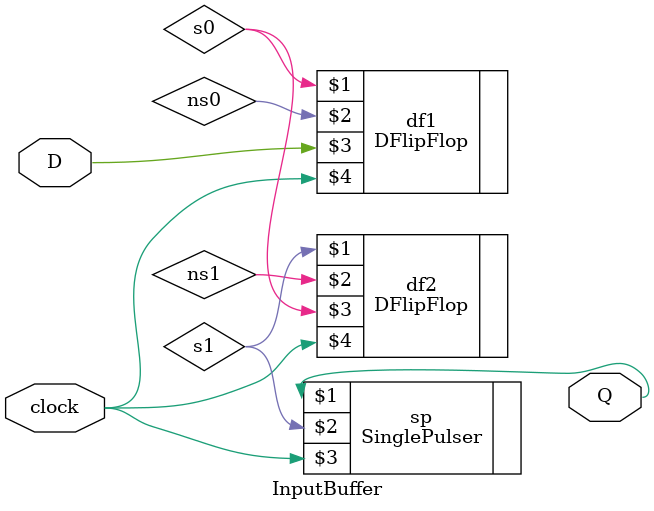
<source format=v>
`timescale 1ns / 1ps


module InputBuffer(
    input D,
    input clock,
    output Q
);
    
wire s0, s1;
wire ns0, ns1;

DFlipFlop df1(s0, ns0, D, clock);
DFlipFlop df2(s1, ns1, s0, clock);
SinglePulser sp(Q, s1, clock);
    
endmodule

</source>
